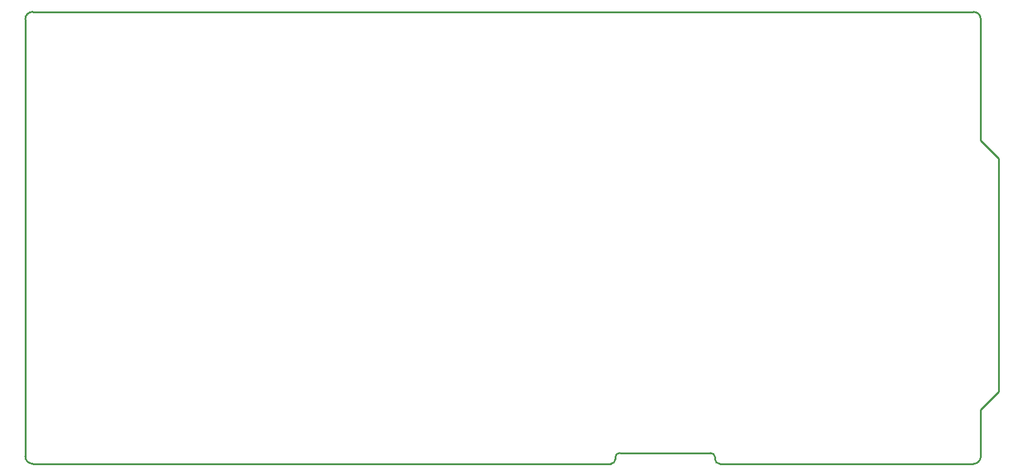
<source format=gm1>
G04*
G04 #@! TF.GenerationSoftware,Altium Limited,Altium Designer,18.0.11 (651)*
G04*
G04 Layer_Color=16711935*
%FSLAX24Y24*%
%MOIN*%
G70*
G01*
G75*
%ADD13C,0.0100*%
D13*
X38081Y250D02*
G03*
X38331Y0I250J0D01*
G01*
X38081Y350D02*
G03*
X37831Y600I-250J0D01*
G01*
X32822D02*
G03*
X32572Y350I0J-250D01*
G01*
X32322Y0D02*
G03*
X32572Y250I0J250D01*
G01*
X400Y25000D02*
G03*
X0Y24600I0J-400D01*
G01*
Y400D02*
G03*
X400Y-0I400J0D01*
G01*
X52350Y0D02*
G03*
X52750Y400I0J400D01*
G01*
Y24600D02*
G03*
X52350Y25000I-400J0D01*
G01*
X38081Y250D02*
Y350D01*
X32572Y250D02*
Y350D01*
X38331Y0D02*
X52350Y0D01*
X400Y-0D02*
X32322Y0D01*
X32822Y600D02*
X37831D01*
X52750Y17900D02*
Y24600D01*
X0Y400D02*
Y24600D01*
X52750Y400D02*
Y3000D01*
X53750Y4000D01*
Y16900D01*
X52750Y17900D02*
X53750Y16900D01*
X400Y25000D02*
X52350D01*
M02*

</source>
